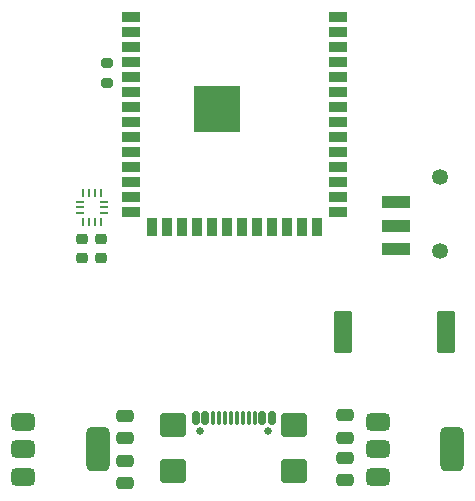
<source format=gbr>
%TF.GenerationSoftware,KiCad,Pcbnew,8.0.8-8.0.8-0~ubuntu24.04.1*%
%TF.CreationDate,2025-08-05T20:55:56-04:00*%
%TF.ProjectId,electronics,656c6563-7472-46f6-9e69-63732e6b6963,rev?*%
%TF.SameCoordinates,Original*%
%TF.FileFunction,Soldermask,Top*%
%TF.FilePolarity,Negative*%
%FSLAX46Y46*%
G04 Gerber Fmt 4.6, Leading zero omitted, Abs format (unit mm)*
G04 Created by KiCad (PCBNEW 8.0.8-8.0.8-0~ubuntu24.04.1) date 2025-08-05 20:55:56*
%MOMM*%
%LPD*%
G01*
G04 APERTURE LIST*
G04 Aperture macros list*
%AMRoundRect*
0 Rectangle with rounded corners*
0 $1 Rounding radius*
0 $2 $3 $4 $5 $6 $7 $8 $9 X,Y pos of 4 corners*
0 Add a 4 corners polygon primitive as box body*
4,1,4,$2,$3,$4,$5,$6,$7,$8,$9,$2,$3,0*
0 Add four circle primitives for the rounded corners*
1,1,$1+$1,$2,$3*
1,1,$1+$1,$4,$5*
1,1,$1+$1,$6,$7*
1,1,$1+$1,$8,$9*
0 Add four rect primitives between the rounded corners*
20,1,$1+$1,$2,$3,$4,$5,0*
20,1,$1+$1,$4,$5,$6,$7,0*
20,1,$1+$1,$6,$7,$8,$9,0*
20,1,$1+$1,$8,$9,$2,$3,0*%
G04 Aperture macros list end*
%ADD10C,1.346200*%
%ADD11R,2.489200X0.990600*%
%ADD12RoundRect,0.375000X-0.625000X-0.375000X0.625000X-0.375000X0.625000X0.375000X-0.625000X0.375000X0*%
%ADD13RoundRect,0.500000X-0.500000X-1.400000X0.500000X-1.400000X0.500000X1.400000X-0.500000X1.400000X0*%
%ADD14R,0.250000X0.675000*%
%ADD15R,0.675000X0.250000*%
%ADD16R,1.500000X0.900000*%
%ADD17R,0.900000X1.500000*%
%ADD18C,0.600000*%
%ADD19R,3.900000X3.900000*%
%ADD20RoundRect,0.200000X0.275000X-0.200000X0.275000X0.200000X-0.275000X0.200000X-0.275000X-0.200000X0*%
%ADD21C,0.650000*%
%ADD22RoundRect,0.150000X-0.150000X-0.425000X0.150000X-0.425000X0.150000X0.425000X-0.150000X0.425000X0*%
%ADD23RoundRect,0.075000X-0.075000X-0.500000X0.075000X-0.500000X0.075000X0.500000X-0.075000X0.500000X0*%
%ADD24RoundRect,0.250000X-0.840000X-0.750000X0.840000X-0.750000X0.840000X0.750000X-0.840000X0.750000X0*%
%ADD25RoundRect,0.250000X0.475000X-0.250000X0.475000X0.250000X-0.475000X0.250000X-0.475000X-0.250000X0*%
%ADD26RoundRect,0.225000X-0.250000X0.225000X-0.250000X-0.225000X0.250000X-0.225000X0.250000X0.225000X0*%
%ADD27RoundRect,0.102000X-0.650000X-1.700000X0.650000X-1.700000X0.650000X1.700000X-0.650000X1.700000X0*%
G04 APERTURE END LIST*
D10*
%TO.C,SW1*%
X222404287Y-81190001D03*
X222404287Y-87489999D03*
D11*
X218654287Y-83339999D03*
X218654287Y-85340001D03*
X218654287Y-87339999D03*
%TD*%
D12*
%TO.C,U5*%
X187090000Y-101977500D03*
X187090000Y-104277500D03*
D13*
X193390000Y-104277500D03*
D12*
X187090000Y-106577500D03*
%TD*%
%TO.C,U3*%
X217120000Y-101977500D03*
X217120000Y-104277500D03*
D13*
X223420000Y-104277500D03*
D12*
X217120000Y-106577500D03*
%TD*%
D14*
%TO.C,U2*%
X193652500Y-82535000D03*
X193152500Y-82535000D03*
X192652500Y-82535000D03*
X192152500Y-82535000D03*
D15*
X191890000Y-83297500D03*
X191890000Y-83797500D03*
X191890000Y-84297500D03*
D14*
X192152500Y-85060000D03*
X192652500Y-85060000D03*
X193152500Y-85060000D03*
X193652500Y-85060000D03*
D15*
X193915000Y-84297500D03*
X193915000Y-83797500D03*
X193915000Y-83297500D03*
%TD*%
D16*
%TO.C,U1*%
X196240000Y-67710000D03*
X196240000Y-68980000D03*
X196240000Y-70250000D03*
X196240000Y-71520000D03*
X196240000Y-72790000D03*
X196240000Y-74060000D03*
X196240000Y-75330000D03*
X196240000Y-76600000D03*
X196240000Y-77870000D03*
X196240000Y-79140000D03*
X196240000Y-80410000D03*
X196240000Y-81680000D03*
X196240000Y-82950000D03*
X196240000Y-84220000D03*
D17*
X198005000Y-85470000D03*
X199275000Y-85470000D03*
X200545000Y-85470000D03*
X201815000Y-85470000D03*
X203085000Y-85470000D03*
X204355000Y-85470000D03*
X205625000Y-85470000D03*
X206895000Y-85470000D03*
X208165000Y-85470000D03*
X209435000Y-85470000D03*
X210705000Y-85470000D03*
X211975000Y-85470000D03*
D16*
X213740000Y-84220000D03*
X213740000Y-82950000D03*
X213740000Y-81680000D03*
X213740000Y-80410000D03*
X213740000Y-79140000D03*
X213740000Y-77870000D03*
X213740000Y-76600000D03*
X213740000Y-75330000D03*
X213740000Y-74060000D03*
X213740000Y-72790000D03*
X213740000Y-71520000D03*
X213740000Y-70250000D03*
X213740000Y-68980000D03*
X213740000Y-67710000D03*
D18*
X202090000Y-74730000D03*
X202090000Y-76130000D03*
X202790000Y-74030000D03*
X202790000Y-75430000D03*
X202790000Y-76830000D03*
X203490000Y-74730000D03*
D19*
X203490000Y-75430000D03*
D18*
X203490000Y-76130000D03*
X204190000Y-74030000D03*
X204190000Y-75430000D03*
X204190000Y-76830000D03*
X204890000Y-74730000D03*
X204890000Y-76130000D03*
%TD*%
D20*
%TO.C,R1*%
X194200000Y-73230000D03*
X194200000Y-71580000D03*
%TD*%
D21*
%TO.C,J1*%
X202040000Y-102705000D03*
X207820000Y-102705000D03*
D22*
X201730000Y-101630000D03*
X202530000Y-101630000D03*
D23*
X203680000Y-101630000D03*
X204680000Y-101630000D03*
X205180000Y-101630000D03*
X206180000Y-101630000D03*
D22*
X207330000Y-101630000D03*
X208130000Y-101630000D03*
X208130000Y-101630000D03*
X207330000Y-101630000D03*
D23*
X206680000Y-101630000D03*
X205680000Y-101630000D03*
X204180000Y-101630000D03*
X203180000Y-101630000D03*
D22*
X202530000Y-101630000D03*
X201730000Y-101630000D03*
D24*
X199820000Y-102205000D03*
X199820000Y-106135000D03*
X210040000Y-102205000D03*
X210040000Y-106135000D03*
%TD*%
D25*
%TO.C,C7*%
X195750000Y-101450000D03*
X195750000Y-103350000D03*
%TD*%
%TO.C,C6*%
X195730000Y-105240000D03*
X195730000Y-107140000D03*
%TD*%
D26*
%TO.C,C4*%
X192070000Y-86485000D03*
X192070000Y-88035000D03*
%TD*%
%TO.C,C3*%
X193700000Y-86500000D03*
X193700000Y-88050000D03*
%TD*%
D25*
%TO.C,C2*%
X214360000Y-103290000D03*
X214360000Y-101390000D03*
%TD*%
%TO.C,C1*%
X214370000Y-106900000D03*
X214370000Y-105000000D03*
%TD*%
D27*
%TO.C,BZ1*%
X214212500Y-94300000D03*
X222912500Y-94300000D03*
%TD*%
M02*

</source>
